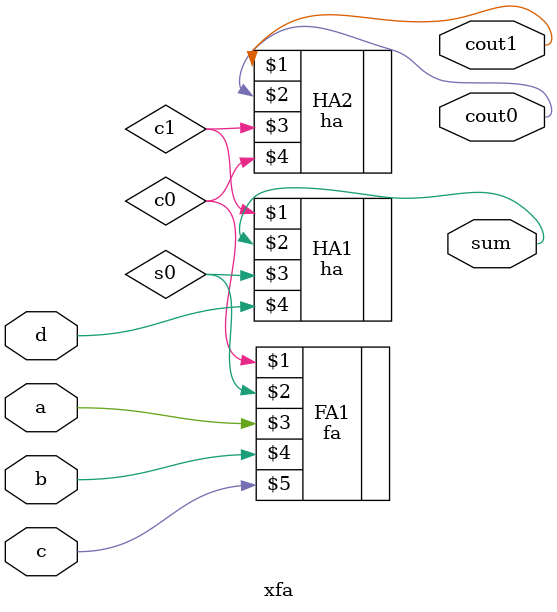
<source format=v>
module xfa (cout1,cout0,sum,a,b,c,d);

input a,b,c,d;
output cout1,cout0,sum;


fa FA1 (c0,s0,a,b,c);
ha HA1 (c1,sum,s0,d);
ha HA2 (cout1,cout0,c1,c0);

endmodule

</source>
